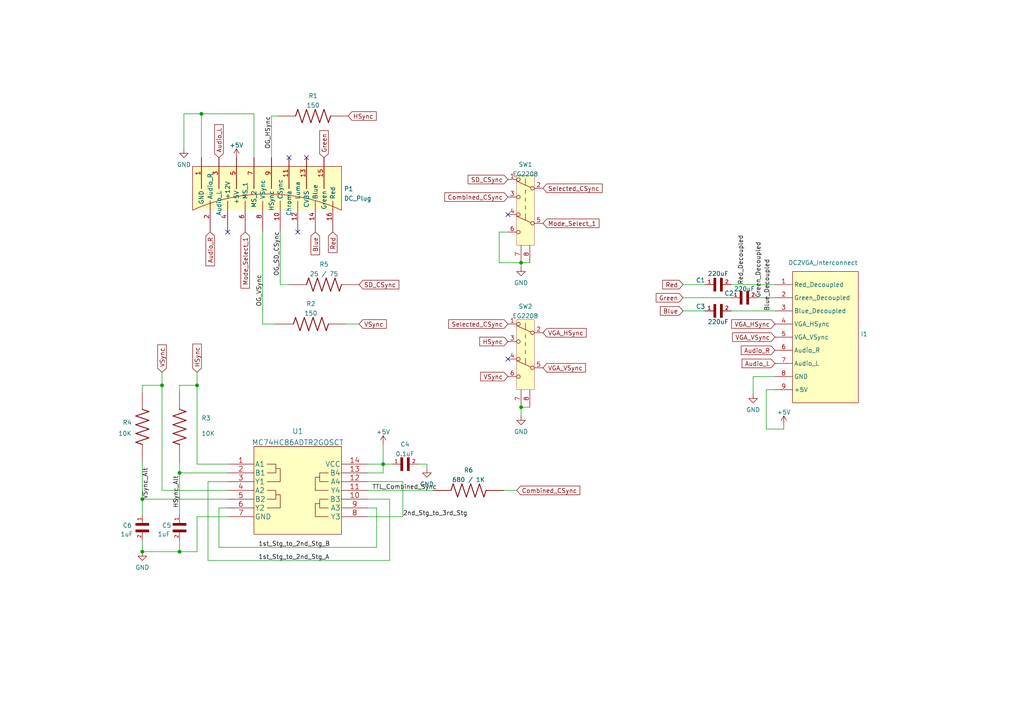
<source format=kicad_sch>
(kicad_sch (version 20211123) (generator eeschema)
  (paper "A4")
  (title_block (title "DC2VGA Vertical PCB") (date "2022-01-22") (company "Jeff Chen"))
  (lib_symbols
    (symbol "DC2VGA:DC2VGA_Interconnect"
      (property "Reference" "I" (at 12.7 1.27 0))
      (property "Value" "DC2VGA_Interconnect" (at 1.27 21.59 0))
      (symbol "DC2VGA_Interconnect_0_1"
        (rectangle (start -8.89 19.05) (end 10.16 -19.05) (stroke (width 0.1524)) (fill (type background)))
      )
      (symbol "DC2VGA_Interconnect_1_1"
        (pin bidirectional line (at -13.97 15.24 0) (length 5) (name "Red_Decoupled") (number "1"))
        (pin bidirectional line (at -13.97 11.43 0) (length 5) (name "Green_Decoupled") (number "2"))
        (pin bidirectional line (at -13.97 7.62 0) (length 5) (name "Blue_Decoupled") (number "3"))
        (pin bidirectional line (at -13.97 3.81 0) (length 5) (name "VGA_HSync") (number "4"))
        (pin bidirectional line (at -13.97 0 0) (length 5) (name "VGA_VSync") (number "5"))
        (pin bidirectional line (at -13.97 -3.81 0) (length 5) (name "Audio_R") (number "6"))
        (pin bidirectional line (at -13.97 -7.62 0) (length 5) (name "Audio_L") (number "7"))
        (pin bidirectional line (at -13.97 -11.43 0) (length 5) (name "GND") (number "8"))
        (pin bidirectional line (at -13.97 -15.24 0) (length 5) (name "+5V") (number "9"))
      )
    )
    (symbol "DC2VGA:DC_Plug"
      (property "Reference" "P" (at -13.97 1.27 0))
      (property "Value" "DC_Plug" (at -16.51 -2.54 0))
      (symbol "DC_Plug_0_1"
        (arc (start -6.35 11.43) (mid -6.35 11.43) (end -6.35 11.43) (stroke (width 0.1524)))
        (polyline (pts (xy -11.43 -3.81) (xy -11.43 8.89) (xy 31.75 8.89) (xy 31.75 -3.81)) (stroke (width 0.1524)) (fill (type background)))
        (arc (start 31.75 -3.81) (mid 10.16 95.5262) (end -11.43 -3.81) (stroke (width 0.1524)))
      )
      (symbol "DC_Plug_1_1"
        (pin bidirectional line (at -8.89 11.43 270) (length 9) (name "GND") (number "1"))
        (pin bidirectional line (at 13.97 -10.16 90) (length 9) (name "CSync") (number "10"))
        (pin bidirectional line (at 16.51 11.43 270) (length 9) (name "Chroma") (number "11"))
        (pin bidirectional line (at 19.05 -10.16 90) (length 9) (name "Luma") (number "12"))
        (pin bidirectional line (at 21.59 11.43 270) (length 9) (name "CVBS") (number "13"))
        (pin bidirectional line (at 24.13 -10.16 90) (length 9) (name "Blue") (number "14"))
        (pin bidirectional line (at 26.67 11.43 270) (length 9) (name "Green") (number "15"))
        (pin bidirectional line (at 29.21 -10.16 90) (length 9) (name "Red") (number "16"))
        (pin bidirectional line (at -6.35 -10.16 90) (length 9) (name "Audio_R") (number "2"))
        (pin bidirectional line (at -3.81 11.43 270) (length 9) (name "Audio_L") (number "3"))
        (pin bidirectional line (at -1.27 -10.16 90) (length 9) (name "+12V") (number "4"))
        (pin bidirectional line (at 1.27 11.43 270) (length 9) (name "+5V") (number "5"))
        (pin bidirectional line (at 3.81 -10.16 90) (length 9) (name "MS_1") (number "6"))
        (pin bidirectional line (at 6.35 11.43 270) (length 9) (name "MS_2") (number "7"))
        (pin bidirectional line (at 8.89 -10.16 90) (length 9) (name "VSync") (number "8"))
        (pin bidirectional line (at 11.43 11.43 270) (length 9) (name "HSync") (number "9"))
      )
    )
    (symbol "DC2VGA:EG2208" (pin_names (offset 0) hide)
      (property "Reference" "SW" (at 0 8.89 0))
      (property "Value" "EG2208" (at 0 -10.16 0))
      (symbol "EG2208_0_0"
        (circle (center -2.032 -5.08) (radius 0.508))
        (circle (center -2.032 5.08) (radius 0.508))
        (circle (center 2.032 -7.62) (radius 0.508))
        (circle (center 2.032 2.54) (radius 0.508))
      )
      (symbol "EG2208_0_1"
        (rectangle (start -2.54 8.89) (end 2.54 -11.43) (stroke (width 0.001)) (fill (type background)))
        (polyline (pts (xy -1.524 -4.826) (xy 2.54 -3.048)))
        (polyline (pts (xy -1.524 5.334) (xy 2.54 7.112)))
        (polyline (pts (xy 0 -2.286) (xy 0 -4.064)))
        (polyline (pts (xy 0 -1.016) (xy 0 0)))
        (polyline (pts (xy 0 1.27) (xy 0 2.286)))
        (polyline (pts (xy 0 3.556) (xy 0 4.572)))
        (polyline (pts (xy 0 7.874) (xy 0 6.096)))
        (circle (center 2.032 -2.54) (radius 0.508))
        (circle (center 2.032 7.62) (radius 0.508))
      )
      (symbol "EG2208_1_1"
        (pin passive line (at 5.08 7.62 180) (length 2.54) (name "A") (number "1"))
        (pin passive line (at -5.08 5.08 0) (length 2.54) (name "B") (number "2"))
        (pin passive line (at 5.08 2.54 180) (length 2.54) (name "C") (number "3"))
        (pin passive line (at 5.08 -2.54 180) (length 2.54) (name "A") (number "4"))
        (pin passive line (at -5.08 -5.08 0) (length 2.54) (name "B") (number "5"))
        (pin passive line (at 5.08 -7.62 180) (length 2.54) (name "C") (number "6"))
        (pin bidirectional line (at 1.27 -16.51 90) (length 5) (name "Shield") (number "7"))
        (pin bidirectional line (at -1.27 -16.51 90) (length 5) (name "GND") (number "8"))
      )
    )
    (symbol "DC2VGA:MC74HC86ADTR2G" (pin_names (offset 0.254))
      (property "Reference" "U" (at 20.32 10.16 0))
      (property "Value" "MC74HC86ADTR2G" (at 20.32 7.62 0))
      (symbol "MC74HC86ADTR2G_0_1"
        (polyline (pts (xy 11.43 -7.62) (xy 13.97 -7.62) (xy 13.97 -10.16) (xy 11.43 -10.16)) (stroke (width 0.1524)))
        (polyline (pts (xy 11.43 0) (xy 13.97 0) (xy 13.97 -2.54) (xy 11.43 -2.54)) (stroke (width 0.1524)))
        (polyline (pts (xy 13.97 -8.89) (xy 15.24 -8.89) (xy 15.24 -12.7) (xy 11.43 -12.7)) (stroke (width 0.1524)))
        (polyline (pts (xy 13.97 -1.27) (xy 15.24 -1.27) (xy 15.24 -5.08) (xy 11.43 -5.08)) (stroke (width 0.1524)))
        (polyline (pts (xy 26.67 -11.43) (xy 25.4 -11.43) (xy 25.4 -15.24) (xy 29.21 -15.24)) (stroke (width 0.1524)))
        (polyline (pts (xy 26.67 -3.81) (xy 25.4 -3.81) (xy 25.4 -7.62) (xy 29.21 -7.62)) (stroke (width 0.1524)))
        (polyline (pts (xy 29.21 -2.54) (xy 26.67 -2.54) (xy 26.67 -5.08) (xy 29.21 -5.08)) (stroke (width 0.1524)))
        (polyline (pts (xy 29.21 -10.16) (xy 27.94 -10.16) (xy 26.67 -10.16) (xy 26.67 -12.7) (xy 29.21 -12.7)) (stroke (width 0.1524)))
      )
      (symbol "MC74HC86ADTR2G_1_1"
        (polyline (pts (xy 33.02 5.08) (xy 7.62 5.08)) (stroke (width 0.127)))
        (rectangle (start 7.62 5.08) (end 33.02 -20.32) (stroke (width 0.1524)) (fill (type background)))
        (pin input line (at 0 0 0) (length 7.62) (name "A1") (number "1"))
        (pin input line (at 40.64 -10.16 180) (length 7.62) (name "B3") (number "10"))
        (pin output line (at 40.64 -7.62 180) (length 7.62) (name "Y4") (number "11"))
        (pin input line (at 40.64 -5.08 180) (length 7.62) (name "A4") (number "12"))
        (pin input line (at 40.64 -2.54 180) (length 7.62) (name "B4") (number "13"))
        (pin power_in line (at 40.64 0 180) (length 7.62) (name "VCC") (number "14"))
        (pin input line (at 0 -2.54 0) (length 7.62) (name "B1") (number "2"))
        (pin output line (at 0 -5.08 0) (length 7.62) (name "Y1") (number "3"))
        (pin input line (at 0 -7.62 0) (length 7.62) (name "A2") (number "4"))
        (pin input line (at 0 -10.16 0) (length 7.62) (name "B2") (number "5"))
        (pin output line (at 0 -12.7 0) (length 7.62) (name "Y2") (number "6"))
        (pin power_in line (at 0 -15.24 0) (length 7.62) (name "GND") (number "7"))
        (pin output line (at 40.64 -15.24 180) (length 7.62) (name "Y3") (number "8"))
        (pin input line (at 40.64 -12.7 180) (length 7.62) (name "A3") (number "9"))
      )
    )
    (symbol "EG2208_1" (pin_names (offset 0) hide)
      (property "Reference" "SW" (at 0 8.89 0))
      (property "Value" "EG2208_1" (at 0 -10.16 0))
      (symbol "EG2208_1_0_0"
        (circle (center -2.032 -5.08) (radius 0.508))
        (circle (center -2.032 5.08) (radius 0.508))
        (circle (center 2.032 -7.62) (radius 0.508))
        (circle (center 2.032 2.54) (radius 0.508))
      )
      (symbol "EG2208_1_0_1"
        (rectangle (start -2.54 8.89) (end 2.54 -11.43) (stroke (width 0.001)) (fill (type background)))
        (polyline (pts (xy -1.524 -4.826) (xy 2.54 -3.048)))
        (polyline (pts (xy -1.524 5.334) (xy 2.54 7.112)))
        (polyline (pts (xy 0 -2.286) (xy 0 -4.064)))
        (polyline (pts (xy 0 -1.016) (xy 0 0)))
        (polyline (pts (xy 0 1.27) (xy 0 2.286)))
        (polyline (pts (xy 0 3.556) (xy 0 4.572)))
        (polyline (pts (xy 0 7.874) (xy 0 6.096)))
        (circle (center 2.032 -2.54) (radius 0.508))
        (circle (center 2.032 7.62) (radius 0.508))
      )
      (symbol "EG2208_1_1_1"
        (pin passive line (at 5.08 7.62 180) (length 2.54) (name "A") (number "1"))
        (pin passive line (at -5.08 5.08 0) (length 2.54) (name "B") (number "2"))
        (pin passive line (at 5.08 2.54 180) (length 2.54) (name "C") (number "3"))
        (pin passive line (at 5.08 -2.54 180) (length 2.54) (name "A") (number "4"))
        (pin passive line (at -5.08 -5.08 0) (length 2.54) (name "B") (number "5"))
        (pin passive line (at 5.08 -7.62 180) (length 2.54) (name "C") (number "6"))
        (pin bidirectional line (at 1.27 -16.51 90) (length 5) (name "Shield") (number "7"))
        (pin bidirectional line (at -1.27 -16.51 90) (length 5) (name "GND") (number "8"))
      )
    )
    (symbol "SMD_Cap:Cap_0603" (pin_names (offset 1.016) hide)
      (property "Reference" "C" (at 0 3.81 0))
      (property "Value" "Cap_0603" (at 0 -5.08 0))
      (symbol "Cap_0603_0_0"
        (rectangle (start 0 -1.905) (end 0.635 1.905) (fill (type outline)))
        (rectangle (start 1.905 -1.905) (end 2.54 1.905) (fill (type outline)))
        (pin passive line (at -2.54 0 0) (length 2.54) (name "~") (number "1"))
        (pin passive line (at 5.08 0 180) (length 2.54) (name "~") (number "2"))
      )
    )
    (symbol "power:+5V" (power) (pin_names (offset 0))
      (property "Value" "+5V" (at 0 3.556 0))
      (symbol "+5V_0_1"
        (polyline (pts (xy -0.762 1.27) (xy 0 2.54)))
        (polyline (pts (xy 0 0) (xy 0 2.54)))
        (polyline (pts (xy 0 2.54) (xy 0.762 1.27)))
      )
      (symbol "+5V_1_1"
        (pin power_in line (at 0 0 90) (length 0) hide (name "+5V") (number "1"))
      )
    )
    (symbol "power:GND" (power) (pin_names (offset 0))
      (property "Value" "GND" (at 0 -3.81 0))
      (symbol "GND_0_1"
        (polyline (pts (xy 0 0) (xy 0 -1.27) (xy 1.27 -1.27) (xy 0 -2.54) (xy -1.27 -1.27) (xy 0 -1.27)))
      )
      (symbol "GND_1_1"
        (pin power_in line (at 0 0 270) (length 0) hide (name "GND") (number "1"))
      )
    )
    (symbol "resistor:Resistor_0603" (pin_numbers hide) (pin_names (offset 1.016) hide)
      (property "Reference" "R" (at -7.62 2.54 0))
      (property "Value" "Resistor_0603" (at -7.62 -5.08 0))
      (symbol "Resistor_0603_0_0"
        (polyline (pts (xy -5.08 0) (xy -4.445 1.905)) (stroke (width 0.254)))
        (polyline (pts (xy -4.445 1.905) (xy -3.175 -1.905)) (stroke (width 0.254)))
        (polyline (pts (xy -3.175 -1.905) (xy -1.905 1.905)) (stroke (width 0.254)))
        (polyline (pts (xy -1.905 1.905) (xy -0.635 -1.905)) (stroke (width 0.254)))
        (polyline (pts (xy -0.635 -1.905) (xy 0.635 1.905)) (stroke (width 0.254)))
        (polyline (pts (xy 0.635 1.905) (xy 1.905 -1.905)) (stroke (width 0.254)))
        (polyline (pts (xy 1.905 -1.905) (xy 3.175 1.905)) (stroke (width 0.254)))
        (polyline (pts (xy 3.175 1.905) (xy 4.445 -1.905)) (stroke (width 0.254)))
        (polyline (pts (xy 4.445 -1.905) (xy 5.08 0)) (stroke (width 0.254)))
        (pin passive line (at -10.16 0 0) (length 5.08) (name "~") (number "1"))
        (pin passive line (at 10.16 0 180) (length 5.08) (name "~") (number "2"))
      )
    )
  )
  (junction (at 41.275 160.02))
  (junction (at 58.42 33.02))
  (junction (at 57.15 111.76))
  (junction (at 52.07 137.16))
  (junction (at 46.99 111.76))
  (junction (at 111.125 134.62))
  (junction (at 151.13 76.2))
  (junction (at 41.275 144.78))
  (junction (at 151.13 118.11))
  (junction (at 52.07 160.02))
  (no_connect (at 83.82 45.72))
  (no_connect (at 88.9 45.72))
  (no_connect (at 66.04 67.31))
  (no_connect (at 86.36 67.31))
  (no_connect (at 147.32 104.14))
  (no_connect (at 147.32 62.23))
  (wire (pts (xy 41.275 144.78) (xy 41.275 149.225)))
  (wire (pts (xy 111.125 134.62) (xy 113.665 134.62)))
  (wire (pts (xy 151.13 118.11) (xy 153.67 118.11)))
  (wire (pts (xy 66.04 139.7) (xy 60.325 139.7)))
  (wire (pts (xy 52.07 113.665) (xy 52.07 111.76)))
  (wire (pts (xy 41.275 113.665) (xy 41.275 111.76)))
  (wire (pts (xy 151.13 77.47) (xy 151.13 76.2)))
  (wire (pts (xy 66.04 147.32) (xy 63.5 147.32)))
  (wire (pts (xy 146.05 142.24) (xy 149.86 142.24)))
  (wire (pts (xy 41.275 144.78) (xy 66.04 144.78)))
  (wire (pts (xy 52.07 137.16) (xy 66.04 137.16)))
  (wire (pts (xy 76.2 93.98) (xy 80.01 93.98)))
  (wire (pts (xy 57.15 149.86) (xy 57.15 160.02)))
  (wire (pts (xy 46.99 107.95) (xy 46.99 111.76)))
  (wire (pts (xy 58.42 45.72) (xy 58.42 33.02)))
  (wire (pts (xy 46.99 111.76) (xy 46.99 142.24)))
  (wire (pts (xy 111.125 137.16) (xy 106.68 137.16)))
  (wire (pts (xy 66.04 149.86) (xy 57.15 149.86)))
  (wire (pts (xy 46.99 142.24) (xy 66.04 142.24)))
  (wire (pts (xy 41.275 133.985) (xy 41.275 144.78)))
  (wire (pts (xy 106.68 149.86) (xy 116.84 149.86)))
  (wire (pts (xy 52.07 111.76) (xy 57.15 111.76)))
  (wire (pts (xy 52.07 137.16) (xy 52.07 149.225)))
  (wire (pts (xy 57.15 134.62) (xy 66.04 134.62)))
  (wire (pts (xy 52.07 160.02) (xy 57.15 160.02)))
  (wire (pts (xy 41.275 156.845) (xy 41.275 160.02)))
  (wire (pts (xy 78.74 33.655) (xy 78.74 45.72)))
  (wire (pts (xy 57.15 107.95) (xy 57.15 111.76)))
  (wire (pts (xy 224.79 109.22) (xy 218.44 109.22)))
  (wire (pts (xy 227.33 124.46) (xy 227.33 123.19)))
  (wire (pts (xy 116.84 149.86) (xy 116.84 139.7)))
  (wire (pts (xy 58.42 33.02) (xy 73.66 33.02)))
  (wire (pts (xy 218.44 109.22) (xy 218.44 114.3)))
  (wire (pts (xy 53.34 33.02) (xy 53.34 43.18)))
  (wire (pts (xy 113.03 144.78) (xy 113.03 162.56)))
  (wire (pts (xy 60.325 162.56) (xy 113.03 162.56)))
  (wire (pts (xy 144.78 76.2) (xy 151.13 76.2)))
  (wire (pts (xy 60.325 139.7) (xy 60.325 162.56)))
  (wire (pts (xy 109.22 158.75) (xy 109.22 147.32)))
  (wire (pts (xy 76.2 67.31) (xy 76.2 93.98)))
  (wire (pts (xy 151.13 118.11) (xy 151.13 120.65)))
  (wire (pts (xy 80.645 33.655) (xy 78.74 33.655)))
  (wire (pts (xy 63.5 147.32) (xy 63.5 158.75)))
  (wire (pts (xy 104.14 93.98) (xy 100.33 93.98)))
  (wire (pts (xy 224.79 113.03) (xy 222.25 113.03)))
  (wire (pts (xy 81.28 82.55) (xy 83.82 82.55)))
  (wire (pts (xy 121.285 134.62) (xy 123.825 134.62)))
  (wire (pts (xy 222.25 113.03) (xy 222.25 124.46)))
  (wire (pts (xy 106.68 144.78) (xy 113.03 144.78)))
  (wire (pts (xy 41.275 111.76) (xy 46.99 111.76)))
  (wire (pts (xy 57.15 111.76) (xy 57.15 134.62)))
  (wire (pts (xy 41.275 160.02) (xy 52.07 160.02)))
  (wire (pts (xy 123.825 134.62) (xy 123.825 135.89)))
  (wire (pts (xy 147.32 67.31) (xy 144.78 67.31)))
  (wire (pts (xy 52.07 133.985) (xy 52.07 137.16)))
  (wire (pts (xy 116.84 139.7) (xy 106.68 139.7)))
  (wire (pts (xy 106.68 147.32) (xy 109.22 147.32)))
  (wire (pts (xy 219.71 86.36) (xy 224.79 86.36)))
  (wire (pts (xy 222.25 124.46) (xy 227.33 124.46)))
  (wire (pts (xy 63.5 158.75) (xy 109.22 158.75)))
  (wire (pts (xy 111.125 134.62) (xy 111.125 137.16)))
  (wire (pts (xy 144.78 67.31) (xy 144.78 76.2)))
  (wire (pts (xy 73.66 33.02) (xy 73.66 45.72)))
  (wire (pts (xy 58.42 33.02) (xy 53.34 33.02)))
  (wire (pts (xy 212.09 82.55) (xy 224.79 82.55)))
  (wire (pts (xy 198.12 90.17) (xy 204.47 90.17)))
  (wire (pts (xy 111.125 134.62) (xy 111.125 128.905)))
  (wire (pts (xy 198.12 82.55) (xy 204.47 82.55)))
  (wire (pts (xy 151.13 76.2) (xy 153.67 76.2)))
  (wire (pts (xy 198.12 86.36) (xy 212.09 86.36)))
  (wire (pts (xy 81.28 67.31) (xy 81.28 82.55)))
  (wire (pts (xy 212.09 90.17) (xy 224.79 90.17)))
  (wire (pts (xy 106.68 134.62) (xy 111.125 134.62)))
  (wire (pts (xy 106.68 142.24) (xy 125.73 142.24)))
  (wire (pts (xy 52.07 156.845) (xy 52.07 160.02)))
  (label "Red_Decoupled" (at 215.9 82.55 90))
  (label "Blue_Decoupled" (at 223.52 90.17 90))
  (label "OG_SD_CSync" (at 81.28 80.01 90))
  (label "OG_VSync" (at 76.2 88.9 90))
  (label "1st_Stg_to_2nd_Stg_B" (at 74.93 158.75 0))
  (label "VSync_Alt" (at 43.18 144.78 90))
  (label "HSync_Alt" (at 52.07 147.32 90))
  (label "OG_HSync" (at 78.74 43.18 90))
  (label "Green_Decoupled" (at 220.98 86.36 90))
  (label "1st_Stg_to_2nd_Stg_A" (at 74.93 162.56 0))
  (label "TTL_Combined_Sync" (at 107.95 142.24 0))
  (label "2nd_Stg_to_3rd_Stg" (at 116.84 149.86 0))
  (global_label "SD_CSync" (shape input) (at 104.14 82.55 0) (property "Intersheet References" "${INTERSHEET_REFS}" (effects hide)))
  (global_label "Combined_CSync" (shape input) (at 147.32 57.15 180) (property "Intersheet References" "${INTERSHEET_REFS}" (effects hide)))
  (global_label "HSync" (shape input) (at 57.15 107.95 90) (property "Intersheet References" "${INTERSHEET_REFS}" (effects hide)))
  (global_label "Mode_Select_1" (shape input) (at 71.12 67.31 270) (property "Intersheet References" "${INTERSHEET_REFS}" (effects hide)))
  (global_label "HSync" (shape input) (at 147.32 99.06 180) (property "Intersheet References" "${INTERSHEET_REFS}" (effects hide)))
  (global_label "Blue" (shape input) (at 91.44 67.31 270) (property "Intersheet References" "${INTERSHEET_REFS}" (effects hide)))
  (global_label "Selected_CSync" (shape input) (at 147.32 93.98 180) (property "Intersheet References" "${INTERSHEET_REFS}" (effects hide)))
  (global_label "HSync" (shape input) (at 100.965 33.655 0) (property "Intersheet References" "${INTERSHEET_REFS}" (effects hide)))
  (global_label "VSync" (shape input) (at 46.99 107.95 90) (property "Intersheet References" "${INTERSHEET_REFS}" (effects hide)))
  (global_label "VGA_VSync" (shape input) (at 157.48 106.68 0) (property "Intersheet References" "${INTERSHEET_REFS}" (effects hide)))
  (global_label "Audio_R" (shape input) (at 60.96 67.31 270) (property "Intersheet References" "${INTERSHEET_REFS}" (effects hide)))
  (global_label "VSync" (shape input) (at 104.14 93.98 0) (property "Intersheet References" "${INTERSHEET_REFS}" (effects hide)))
  (global_label "Combined_CSync" (shape input) (at 149.86 142.24 0) (property "Intersheet References" "${INTERSHEET_REFS}" (effects hide)))
  (global_label "Red" (shape input) (at 96.52 67.31 270) (property "Intersheet References" "${INTERSHEET_REFS}" (effects hide)))
  (global_label "VGA_VSync" (shape input) (at 224.79 97.79 180) (property "Intersheet References" "${INTERSHEET_REFS}" (effects hide)))
  (global_label "Audio_L" (shape input) (at 63.5 45.72 90) (property "Intersheet References" "${INTERSHEET_REFS}" (effects hide)))
  (global_label "VSync" (shape input) (at 147.32 109.22 180) (property "Intersheet References" "${INTERSHEET_REFS}" (effects hide)))
  (global_label "Green" (shape input) (at 93.98 45.72 90) (property "Intersheet References" "${INTERSHEET_REFS}" (effects hide)))
  (global_label "Mode_Select_1" (shape input) (at 157.48 64.77 0) (property "Intersheet References" "${INTERSHEET_REFS}" (effects hide)))
  (global_label "Selected_CSync" (shape input) (at 157.48 54.61 0) (property "Intersheet References" "${INTERSHEET_REFS}" (effects hide)))
  (global_label "SD_CSync" (shape input) (at 147.32 52.07 180) (property "Intersheet References" "${INTERSHEET_REFS}" (effects hide)))
  (global_label "Red" (shape input) (at 198.12 82.55 180) (property "Intersheet References" "${INTERSHEET_REFS}" (effects hide)))
  (global_label "Blue" (shape input) (at 198.12 90.17 180) (property "Intersheet References" "${INTERSHEET_REFS}" (effects hide)))
  (global_label "Audio_R" (shape input) (at 224.79 101.6 180) (property "Intersheet References" "${INTERSHEET_REFS}" (effects hide)))
  (global_label "Audio_L" (shape input) (at 224.79 105.41 180) (property "Intersheet References" "${INTERSHEET_REFS}" (effects hide)))
  (global_label "VGA_HSync" (shape input) (at 224.79 93.98 180) (property "Intersheet References" "${INTERSHEET_REFS}" (effects hide)))
  (global_label "VGA_HSync" (shape input) (at 157.48 96.52 0) (property "Intersheet References" "${INTERSHEET_REFS}" (effects hide)))
  (global_label "Green" (shape input) (at 198.12 86.36 180) (property "Intersheet References" "${INTERSHEET_REFS}" (effects hide)))
  (symbol (lib_name "EG2208_1") (lib_id "DC2VGA:EG2208") (at 152.4 101.6 0) (mirror y) (unit 1)
    (property "Reference" "SW2" (at 152.4 88.8699 0))
    (property "Value" "EG2208" (at 152.4 91.645 0))
    (property "Footprint" "DC2VGA:EG2208_DPDT_Switch" (effects hide))
  )
  (symbol (lib_id "DC2VGA:DC_Plug") (at 67.31 57.15 0) (unit 1)
    (property "Reference" "P1" (at 99.7712 54.7777 0) (effects (justify left)))
    (property "Value" "DC_Plug" (at 99.7712 57.5528 0) (effects (justify left)))
    (property "Footprint" "DC2VGA:DC_Plug" (effects hide))
  )
  (symbol (lib_id "power:GND") (at 218.44 114.3 0) (unit 1)
    (property "Reference" "#PWR08" (effects hide))
    (property "Value" "GND" (at 218.44 118.8625 0))
  )
  (symbol (lib_id "resistor:Resistor_0603") (at 90.805 33.655 0) (unit 1)
    (property "Reference" "R1" (at 90.805 27.7835 0))
    (property "Value" "150" (at 90.805 30.5586 0))
    (property "Footprint" "DC2VGA:R_0603_1608Metric" (effects hide))
  )
  (symbol (lib_id "power:GND") (at 53.34 43.18 0) (unit 1)
    (property "Reference" "#PWR02" (effects hide))
    (property "Value" "GND" (at 53.34 47.7425 0))
  )
  (symbol (lib_id "power:GND") (at 123.825 135.89 0) (unit 1)
    (property "Reference" "#PWR06" (effects hide))
    (property "Value" "GND" (at 123.825 140.4525 0))
  )
  (symbol (lib_id "DC2VGA:MC74HC86ADTR2G") (at 66.04 134.62 0) (unit 1)
    (property "Reference" "U1" (at 86.36 125.0599 0) (effects (font (size 1.524 1.524))))
    (property "Value" "MC74HC86ADTR2GOSCT" (at 86.36 128.3389 0) (effects (font (size 1.524 1.524))))
    (property "Footprint" "DC2VGA:MC74HC86" (effects hide))
  )
  (symbol (lib_id "SMD_Cap:Cap_0603") (at 207.01 82.55 0) (unit 1)
    (property "Reference" "C1" (at 203.2 81.28 0))
    (property "Value" "220uF" (at 208.28 79.375 0))
    (property "Footprint" "DC2VGA:Cap_SMD_1206" (effects hide))
  )
  (symbol (lib_id "resistor:Resistor_0603") (at 41.275 123.825 270) (unit 1)
    (property "Reference" "R4" (at 35.56 122.555 90) (effects (justify left)))
    (property "Value" "10K" (at 34.29 125.73 90) (effects (justify left)))
    (property "Footprint" "DC2VGA:R_0603_1608Metric" (effects hide))
  )
  (symbol (lib_id "resistor:Resistor_0603") (at 93.98 82.55 0) (unit 1)
    (property "Reference" "R5" (at 93.98 76.6785 0))
    (property "Value" "25 / 75" (at 93.98 79.4536 0))
    (property "Footprint" "DC2VGA:R_0603_1608Metric" (effects hide))
  )
  (symbol (lib_id "power:+5V") (at 68.58 45.72 0) (unit 1)
    (property "Reference" "#PWR03" (effects hide))
    (property "Value" "+5V" (at 68.58 42.1155 0))
  )
  (symbol (lib_id "power:GND") (at 151.13 120.65 0) (unit 1)
    (property "Reference" "#PWR0101" (effects hide))
    (property "Value" "GND" (at 151.13 125.2125 0))
  )
  (symbol (lib_id "power:GND") (at 151.13 77.47 0) (unit 1)
    (property "Reference" "#PWR07" (effects hide))
    (property "Value" "GND" (at 151.13 82.0325 0))
  )
  (symbol (lib_id "resistor:Resistor_0603") (at 52.07 123.825 90) (unit 1)
    (property "Reference" "R3" (at 58.42 121.285 90) (effects (justify right)))
    (property "Value" "10K" (at 58.42 125.73 90) (effects (justify right)))
    (property "Footprint" "DC2VGA:R_0603_1608Metric" (effects hide))
  )
  (symbol (lib_id "resistor:Resistor_0603") (at 135.89 142.24 0) (unit 1)
    (property "Reference" "R6" (at 135.89 136.3685 0))
    (property "Value" "680 / 1K" (at 135.89 139.1436 0))
    (property "Footprint" "DC2VGA:R_0603_1608Metric" (effects hide))
  )
  (symbol (lib_id "SMD_Cap:Cap_0603") (at 41.275 151.765 270) (unit 1)
    (property "Reference" "C6" (at 35.56 152.4 90) (effects (justify left)))
    (property "Value" "1uF" (at 34.925 154.94 90) (effects (justify left)))
    (property "Footprint" "DC2VGA:C_0603_1608Metric" (effects hide))
  )
  (symbol (lib_id "SMD_Cap:Cap_0603") (at 52.07 151.765 270) (unit 1)
    (property "Reference" "C5" (at 46.99 152.4 90) (effects (justify left)))
    (property "Value" "1uF" (at 45.72 154.94 90) (effects (justify left)))
    (property "Footprint" "DC2VGA:C_0603_1608Metric" (effects hide))
  )
  (symbol (lib_id "power:+5V") (at 227.33 123.19 0) (unit 1)
    (property "Reference" "#PWR09" (effects hide))
    (property "Value" "+5V" (at 227.33 119.5855 0))
  )
  (symbol (lib_id "SMD_Cap:Cap_0603") (at 207.01 90.17 0) (unit 1)
    (property "Reference" "C3" (at 203.2 88.9 0))
    (property "Value" "220uF" (at 208.28 93.345 0))
    (property "Footprint" "DC2VGA:Cap_SMD_1206" (effects hide))
  )
  (symbol (lib_id "resistor:Resistor_0603") (at 90.17 93.98 0) (unit 1)
    (property "Reference" "R2" (at 90.17 88.1085 0))
    (property "Value" "150" (at 90.17 90.8836 0))
    (property "Footprint" "DC2VGA:R_0603_1608Metric" (effects hide))
  )
  (symbol (lib_id "DC2VGA:EG2208") (at 152.4 59.69 0) (mirror y) (unit 1)
    (property "Reference" "SW1" (at 152.4 47.7225 0))
    (property "Value" "EG2208" (at 152.4 50.4976 0))
    (property "Footprint" "DC2VGA:EG2208_DPDT_Switch" (effects hide))
  )
  (symbol (lib_id "SMD_Cap:Cap_0603") (at 214.63 86.36 0) (unit 1)
    (property "Reference" "C2" (at 211.455 85.09 0))
    (property "Value" "220uF" (at 215.9 83.82 0))
    (property "Footprint" "DC2VGA:Cap_SMD_1206" (effects hide))
  )
  (symbol (lib_id "SMD_Cap:Cap_0603") (at 116.205 134.62 0) (unit 1)
    (property "Reference" "C4" (at 117.475 128.8755 0))
    (property "Value" "0.1uF" (at 117.475 131.6506 0))
    (property "Footprint" "DC2VGA:C_0603_1608Metric" (effects hide))
  )
  (symbol (lib_id "power:+5V") (at 111.125 128.905 0) (unit 1)
    (property "Reference" "#PWR05" (effects hide))
    (property "Value" "+5V" (at 111.125 125.3005 0))
  )
  (symbol (lib_id "DC2VGA:DC2VGA_Interconnect") (at 238.76 97.79 0) (unit 1)
    (property "Reference" "I1" (at 249.6312 96.8815 0) (effects (justify left)))
    (property "Value" "DC2VGA_Interconnect" (at 228.6 76.2 0) (effects (justify left)))
    (property "Footprint" "DC2VGA:DC_Interconnect_Vertical" (effects hide))
  )
  (symbol (lib_id "power:GND") (at 41.275 160.02 0) (unit 1)
    (property "Reference" "#PWR01" (effects hide))
    (property "Value" "GND" (at 41.275 164.5825 0))
  )
)
</source>
